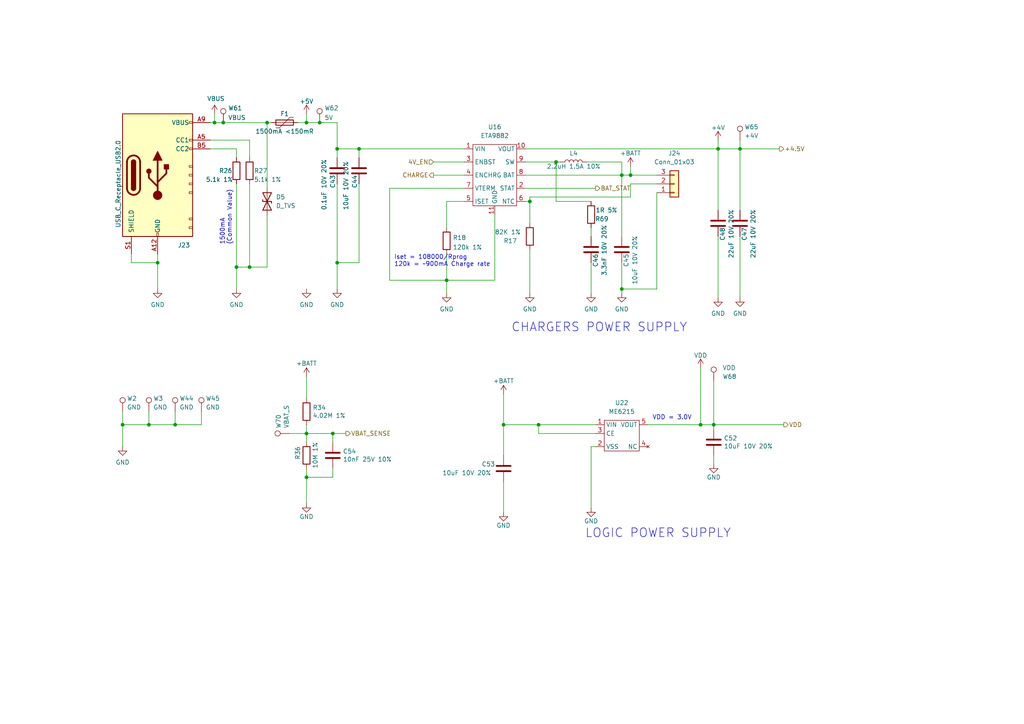
<source format=kicad_sch>
(kicad_sch (version 20211123) (generator eeschema)
  (paper "A4")
  (lib_symbols
    (symbol "Connector_Generic:Conn_01x03" (pin_names (offset 1.016) hide)
      (property "Reference" "J" (at 0 5.08 0))
      (property "Value" "Conn_01x03" (at 0 -5.08 0))
      (symbol "Conn_01x03_1_1"
        (rectangle (start -1.27 -2.413) (end 0 -2.667) (stroke (width 0.1524)))
        (rectangle (start -1.27 0.127) (end 0 -0.127) (stroke (width 0.1524)))
        (rectangle (start -1.27 2.667) (end 0 2.413) (stroke (width 0.1524)))
        (rectangle (start -1.27 3.81) (end 1.27 -3.81) (stroke (width 0.254)) (fill (type background)))
        (pin passive line (at -5.08 2.54 0) (length 3.81) (name "Pin_1") (number "1"))
        (pin passive line (at -5.08 0 0) (length 3.81) (name "Pin_2") (number "2"))
        (pin passive line (at -5.08 -2.54 0) (length 3.81) (name "Pin_3") (number "3"))
      )
    )
    (symbol "Device:C" (pin_numbers hide) (pin_names (offset 0.254))
      (property "Reference" "C" (at 0.635 2.54 0))
      (property "Value" "C" (at 0.635 -2.54 0))
      (symbol "C_0_1"
        (polyline (pts (xy -2.032 -0.762) (xy 2.032 -0.762)) (stroke (width 0.508)))
        (polyline (pts (xy -2.032 0.762) (xy 2.032 0.762)) (stroke (width 0.508)))
      )
      (symbol "C_1_1"
        (pin passive line (at 0 3.81 270) (length 2.794) (name "~") (number "1"))
        (pin passive line (at 0 -3.81 90) (length 2.794) (name "~") (number "2"))
      )
    )
    (symbol "Device:D_TVS" (pin_numbers hide) (pin_names (offset 1.016) hide)
      (property "Reference" "D" (at 0 2.54 0))
      (property "Value" "D_TVS" (at 0 -2.54 0))
      (symbol "D_TVS_0_1"
        (polyline (pts (xy 1.27 0) (xy -1.27 0)))
        (polyline (pts (xy 0.508 1.27) (xy 0 1.27) (xy 0 -1.27) (xy -0.508 -1.27)) (stroke (width 0.254)))
        (polyline (pts (xy -2.54 1.27) (xy -2.54 -1.27) (xy 2.54 1.27) (xy 2.54 -1.27) (xy -2.54 1.27)) (stroke (width 0.254)))
      )
      (symbol "D_TVS_1_1"
        (pin passive line (at -3.81 0 0) (length 2.54) (name "A1") (number "1"))
        (pin passive line (at 3.81 0 180) (length 2.54) (name "A2") (number "2"))
      )
    )
    (symbol "Device:L" (pin_numbers hide) (pin_names (offset 1.016) hide)
      (property "Reference" "L" (at -1.27 0 90))
      (property "Value" "L" (at 1.905 0 90))
      (symbol "L_0_1"
        (arc (start 0 -2.54) (mid 0.635 -1.905) (end 0 -1.27))
        (arc (start 0 -1.27) (mid 0.635 -0.635) (end 0 0))
        (arc (start 0 0) (mid 0.635 0.635) (end 0 1.27))
        (arc (start 0 1.27) (mid 0.635 1.905) (end 0 2.54))
      )
      (symbol "L_1_1"
        (pin passive line (at 0 3.81 270) (length 1.27) (name "1") (number "1"))
        (pin passive line (at 0 -3.81 90) (length 1.27) (name "2") (number "2"))
      )
    )
    (symbol "Device:Polyfuse" (pin_numbers hide) (pin_names (offset 0))
      (property "Reference" "F" (at -2.54 0 90))
      (property "Value" "Polyfuse" (at 2.54 0 90))
      (symbol "Polyfuse_0_1"
        (rectangle (start -0.762 2.54) (end 0.762 -2.54) (stroke (width 0.254)))
        (polyline (pts (xy 0 2.54) (xy 0 -2.54)))
        (polyline (pts (xy -1.524 2.54) (xy -1.524 1.524) (xy 1.524 -1.524) (xy 1.524 -2.54)))
      )
      (symbol "Polyfuse_1_1"
        (pin passive line (at 0 3.81 270) (length 1.27) (name "~") (number "1"))
        (pin passive line (at 0 -3.81 90) (length 1.27) (name "~") (number "2"))
      )
    )
    (symbol "Device:R" (pin_numbers hide) (pin_names (offset 0))
      (property "Reference" "R" (at 2.032 0 90))
      (property "Value" "R" (at 0 0 90))
      (symbol "R_0_1"
        (rectangle (start -1.016 -2.54) (end 1.016 2.54) (stroke (width 0.254)))
      )
      (symbol "R_1_1"
        (pin passive line (at 0 3.81 270) (length 1.27) (name "~") (number "1"))
        (pin passive line (at 0 -3.81 90) (length 1.27) (name "~") (number "2"))
      )
    )
    (symbol "Pixels-dice:ETA9882"
      (property "Reference" "U" (at -5.08 -17.78 0))
      (property "Value" "ETA9882" (at -10.16 2.54 0))
      (symbol "ETA9882_0_1"
        (rectangle (start -16.51 1.27) (end -3.81 -16.51))
      )
      (symbol "ETA9882_1_1"
        (pin power_in line (at -19.05 0 0) (length 2.54) (name "VIN") (number "1"))
        (pin power_out line (at -1.27 0 180) (length 2.54) (name "VOUT") (number "10"))
        (pin power_out line (at -10.16 -19.05 90) (length 2.54) (name "GND") (number "11"))
        (pin output line (at -1.27 -11.43 180) (length 2.54) (name "STAT") (number "2"))
        (pin input line (at -19.05 -3.81 0) (length 2.54) (name "ENBST") (number "3"))
        (pin input line (at -19.05 -7.62 0) (length 2.54) (name "ENCHRG") (number "4"))
        (pin output line (at -19.05 -15.24 0) (length 2.54) (name "ISET") (number "5"))
        (pin input line (at -1.27 -15.24 180) (length 2.54) (name "NTC") (number "6"))
        (pin input line (at -19.05 -11.43 0) (length 2.54) (name "VTERM") (number "7"))
        (pin power_in line (at -1.27 -7.62 180) (length 2.54) (name "BAT") (number "8"))
        (pin output line (at -1.27 -3.81 180) (length 2.54) (name "SW") (number "9"))
      )
    )
    (symbol "Pixels-dice:ME6215"
      (property "Reference" "U" (at 3.175 -6.35 0))
      (property "Value" "ME6215" (at 0 5.08 0))
      (symbol "ME6215_0_1"
        (rectangle (start -5.08 3.81) (end 5.08 -5.08))
      )
      (symbol "ME6215_1_1"
        (pin power_in line (at -7.62 2.54 0) (length 2.54) (name "VIN") (number "1"))
        (pin power_in line (at -7.62 -3.81 0) (length 2.54) (name "VSS") (number "2"))
        (pin input line (at -7.62 0 0) (length 2.54) (name "CE") (number "3"))
        (pin no_connect line (at 7.62 -3.81 180) (length 2.54) (name "NC") (number "4"))
        (pin power_out line (at 7.62 2.54 180) (length 2.54) (name "VOUT") (number "5"))
      )
    )
    (symbol "Pixels-dice:TEST_1P-conn" (pin_numbers hide) (pin_names (offset 0.762) hide)
      (property "Reference" "W" (at 0 6.858 0))
      (property "Value" "TEST_1P-conn" (at 0 5.08 0))
      (symbol "TEST_1P-conn_0_1"
        (circle (center 0 3.302) (radius 0.762))
      )
      (symbol "TEST_1P-conn_1_1"
        (pin passive line (at 0 0 90) (length 2.54) (name "1") (number "1"))
      )
    )
    (symbol "Pixels-dice:USB_C_Receptacle_USB2.0" (pin_names (offset 1.016))
      (property "Reference" "J" (at -10.16 19.05 0))
      (property "Value" "USB_C_Receptacle_USB2.0" (at 19.05 19.05 0))
      (symbol "USB_C_Receptacle_USB2.0_0_0"
        (rectangle (start -0.254 -17.78) (end 0.254 -16.764))
        (rectangle (start 10.16 -14.986) (end 9.144 -15.494))
        (rectangle (start 10.16 -12.446) (end 9.144 -12.954))
        (rectangle (start 10.16 -4.826) (end 9.144 -5.334))
        (rectangle (start 10.16 -2.286) (end 9.144 -2.794))
        (rectangle (start 10.16 0.254) (end 9.144 -0.254))
        (rectangle (start 10.16 2.794) (end 9.144 2.286))
        (rectangle (start 10.16 7.874) (end 9.144 7.366))
        (rectangle (start 10.16 10.414) (end 9.144 9.906))
        (rectangle (start 10.16 15.494) (end 9.144 14.986))
      )
      (symbol "USB_C_Receptacle_USB2.0_0_1"
        (rectangle (start -10.16 17.78) (end 10.16 -17.78) (stroke (width 0.254)) (fill (type background)))
        (arc (start -8.89 -3.81) (mid -6.985 -5.715) (end -5.08 -3.81) (stroke (width 0.508)))
        (arc (start -7.62 -3.81) (mid -6.985 -4.445) (end -6.35 -3.81) (stroke (width 0.254)))
        (arc (start -7.62 -3.81) (mid -6.985 -4.445) (end -6.35 -3.81) (stroke (width 0.254)) (fill (type outline)))
        (rectangle (start -7.62 -3.81) (end -6.35 3.81) (stroke (width 0.254)) (fill (type outline)))
        (arc (start -6.35 3.81) (mid -6.985 4.445) (end -7.62 3.81) (stroke (width 0.254)))
        (arc (start -6.35 3.81) (mid -6.985 4.445) (end -7.62 3.81) (stroke (width 0.254)) (fill (type outline)))
        (arc (start -5.08 3.81) (mid -6.985 5.715) (end -8.89 3.81) (stroke (width 0.508)))
        (circle (center -2.54 1.143) (radius 0.635) (stroke (width 0.254)) (fill (type outline)))
        (circle (center 0 -5.842) (radius 1.27) (fill (type outline)))
        (polyline (pts (xy -8.89 -3.81) (xy -8.89 3.81)) (stroke (width 0.508)))
        (polyline (pts (xy -5.08 3.81) (xy -5.08 -3.81)) (stroke (width 0.508)))
        (polyline (pts (xy 0 -5.842) (xy 0 4.318)) (stroke (width 0.508)))
        (polyline (pts (xy 0 -3.302) (xy -2.54 -0.762) (xy -2.54 0.508)) (stroke (width 0.508)))
        (polyline (pts (xy 0 -2.032) (xy 2.54 0.508) (xy 2.54 1.778)) (stroke (width 0.508)))
        (polyline (pts (xy -1.27 4.318) (xy 0 6.858) (xy 1.27 4.318) (xy -1.27 4.318)) (stroke (width 0.254)) (fill (type outline)))
        (rectangle (start 1.905 1.778) (end 3.175 3.048) (stroke (width 0.254)) (fill (type outline)))
      )
      (symbol "USB_C_Receptacle_USB2.0_1_1"
        (pin passive line (at 0 -22.86 90) (length 5.08) (name "GND") (number "A12"))
        (pin bidirectional line (at 15.24 10.16 180) (length 5.08) (name "CC1") (number "A5"))
        (pin passive line (at 15.24 15.24 180) (length 5.08) (name "VBUS") (number "A9"))
        (pin passive line (at 0 -22.86 90) (length 5.08) hide (name "GND") (number "B12"))
        (pin bidirectional line (at 15.24 7.62 180) (length 5.08) (name "CC2") (number "B5"))
        (pin passive line (at 15.24 15.24 180) (length 5.08) hide (name "VBUS") (number "B9"))
        (pin passive line (at -7.62 -22.86 90) (length 5.08) (name "SHIELD") (number "S1"))
      )
    )
    (symbol "power:+4V" (power) (pin_names (offset 0))
      (property "Value" "+4V" (at 0 3.556 0))
      (symbol "+4V_0_1"
        (polyline (pts (xy -0.762 1.27) (xy 0 2.54)))
        (polyline (pts (xy 0 0) (xy 0 2.54)))
        (polyline (pts (xy 0 2.54) (xy 0.762 1.27)))
      )
      (symbol "+4V_1_1"
        (pin power_in line (at 0 0 90) (length 0) hide (name "+4V") (number "1"))
      )
    )
    (symbol "power:+5V" (power) (pin_names (offset 0))
      (property "Value" "+5V" (at 0 3.556 0))
      (symbol "+5V_0_1"
        (polyline (pts (xy -0.762 1.27) (xy 0 2.54)))
        (polyline (pts (xy 0 0) (xy 0 2.54)))
        (polyline (pts (xy 0 2.54) (xy 0.762 1.27)))
      )
      (symbol "+5V_1_1"
        (pin power_in line (at 0 0 90) (length 0) hide (name "+5V") (number "1"))
      )
    )
    (symbol "power:+BATT" (power) (pin_names (offset 0))
      (property "Value" "+BATT" (at 0 3.556 0))
      (symbol "+BATT_0_1"
        (polyline (pts (xy -0.762 1.27) (xy 0 2.54)))
        (polyline (pts (xy 0 0) (xy 0 2.54)))
        (polyline (pts (xy 0 2.54) (xy 0.762 1.27)))
      )
      (symbol "+BATT_1_1"
        (pin power_in line (at 0 0 90) (length 0) hide (name "+BATT") (number "1"))
      )
    )
    (symbol "power:GND" (power) (pin_names (offset 0))
      (property "Value" "GND" (at 0 -3.81 0))
      (symbol "GND_0_1"
        (polyline (pts (xy 0 0) (xy 0 -1.27) (xy 1.27 -1.27) (xy 0 -2.54) (xy -1.27 -1.27) (xy 0 -1.27)))
      )
      (symbol "GND_1_1"
        (pin power_in line (at 0 0 270) (length 0) hide (name "GND") (number "1"))
      )
    )
    (symbol "power:VBUS" (power) (pin_names (offset 0))
      (property "Value" "VBUS" (at 0 3.81 0))
      (symbol "VBUS_0_1"
        (polyline (pts (xy -0.762 1.27) (xy 0 2.54)))
        (polyline (pts (xy 0 0) (xy 0 2.54)))
        (polyline (pts (xy 0 2.54) (xy 0.762 1.27)))
      )
      (symbol "VBUS_1_1"
        (pin power_in line (at 0 0 90) (length 0) hide (name "VBUS") (number "1"))
      )
    )
    (symbol "power:VDD" (power) (pin_names (offset 0))
      (property "Value" "VDD" (at 0 3.81 0))
      (symbol "VDD_0_1"
        (polyline (pts (xy -0.762 1.27) (xy 0 2.54)))
        (polyline (pts (xy 0 0) (xy 0 2.54)))
        (polyline (pts (xy 0 2.54) (xy 0.762 1.27)))
      )
      (symbol "VDD_1_1"
        (pin power_in line (at 0 0 90) (length 0) hide (name "VDD") (number "1"))
      )
    )
  )
  (junction (at 203.2 123.19))
  (junction (at 180.34 50.8))
  (junction (at 214.63 43.18))
  (junction (at 207.01 123.19))
  (junction (at 72.39 77.47))
  (junction (at 96.52 125.73))
  (junction (at 129.54 81.28))
  (junction (at 62.23 35.56))
  (junction (at 180.34 83.82))
  (junction (at 88.9 35.56))
  (junction (at 43.18 123.19))
  (junction (at 45.72 76.2))
  (junction (at 104.14 43.18))
  (junction (at 156.21 123.19))
  (junction (at 92.71 35.56))
  (junction (at 68.58 77.47))
  (junction (at 153.67 58.42))
  (junction (at 88.9 138.43))
  (junction (at 50.8 123.19))
  (junction (at 161.29 46.99))
  (junction (at 97.79 76.2))
  (junction (at 182.88 50.8))
  (junction (at 77.47 35.56))
  (junction (at 97.79 43.18))
  (junction (at 208.28 43.18))
  (junction (at 88.9 125.73))
  (junction (at 146.05 123.19))
  (junction (at 35.56 123.19))
  (junction (at 64.77 35.56))
  (wire (pts (xy 208.28 43.18) (xy 208.28 40.64)))
  (wire (pts (xy 62.23 33.02) (xy 62.23 35.56)))
  (wire (pts (xy 72.39 53.34) (xy 72.39 77.47)))
  (wire (pts (xy 35.56 123.19) (xy 35.56 129.54)))
  (wire (pts (xy 156.21 123.19) (xy 172.72 123.19)))
  (wire (pts (xy 125.73 50.8) (xy 134.62 50.8)))
  (wire (pts (xy 180.34 46.99) (xy 180.34 50.8)))
  (wire (pts (xy 146.05 139.7) (xy 146.05 148.59)))
  (wire (pts (xy 134.62 54.61) (xy 113.03 54.61)))
  (wire (pts (xy 171.45 129.54) (xy 171.45 147.32)))
  (wire (pts (xy 97.79 53.34) (xy 97.79 76.2)))
  (wire (pts (xy 97.79 43.18) (xy 97.79 45.72)))
  (wire (pts (xy 77.47 35.56) (xy 78.74 35.56)))
  (wire (pts (xy 45.72 73.66) (xy 45.72 76.2)))
  (wire (pts (xy 88.9 33.02) (xy 88.9 35.56)))
  (wire (pts (xy 96.52 138.43) (xy 88.9 138.43)))
  (wire (pts (xy 152.4 50.8) (xy 180.34 50.8)))
  (wire (pts (xy 88.9 109.22) (xy 88.9 115.57)))
  (wire (pts (xy 113.03 54.61) (xy 113.03 81.28)))
  (wire (pts (xy 77.47 62.23) (xy 77.47 77.47)))
  (wire (pts (xy 146.05 114.3) (xy 146.05 123.19)))
  (wire (pts (xy 182.88 53.34) (xy 182.88 57.15)))
  (wire (pts (xy 68.58 43.18) (xy 68.58 45.72)))
  (wire (pts (xy 72.39 77.47) (xy 68.58 77.47)))
  (wire (pts (xy 208.28 43.18) (xy 208.28 60.96)))
  (wire (pts (xy 129.54 58.42) (xy 129.54 66.04)))
  (wire (pts (xy 161.29 46.99) (xy 162.56 46.99)))
  (wire (pts (xy 38.1 76.2) (xy 45.72 76.2)))
  (wire (pts (xy 104.14 76.2) (xy 97.79 76.2)))
  (wire (pts (xy 161.29 58.42) (xy 161.29 46.99)))
  (wire (pts (xy 35.56 123.19) (xy 43.18 123.19)))
  (wire (pts (xy 146.05 123.19) (xy 156.21 123.19)))
  (wire (pts (xy 104.14 43.18) (xy 134.62 43.18)))
  (wire (pts (xy 38.1 73.66) (xy 38.1 76.2)))
  (wire (pts (xy 96.52 135.89) (xy 96.52 138.43)))
  (wire (pts (xy 207.01 132.08) (xy 207.01 134.62)))
  (wire (pts (xy 207.01 123.19) (xy 207.01 124.46)))
  (wire (pts (xy 203.2 106.68) (xy 203.2 123.19)))
  (wire (pts (xy 96.52 125.73) (xy 96.52 128.27)))
  (wire (pts (xy 208.28 43.18) (xy 214.63 43.18)))
  (wire (pts (xy 83.82 125.73) (xy 88.9 125.73)))
  (wire (pts (xy 153.67 58.42) (xy 153.67 64.77)))
  (wire (pts (xy 187.96 123.19) (xy 203.2 123.19)))
  (wire (pts (xy 180.34 50.8) (xy 180.34 68.58)))
  (wire (pts (xy 97.79 76.2) (xy 97.79 83.82)))
  (wire (pts (xy 214.63 40.64) (xy 214.63 43.18)))
  (wire (pts (xy 208.28 68.58) (xy 208.28 86.36)))
  (wire (pts (xy 182.88 48.26) (xy 182.88 50.8)))
  (wire (pts (xy 203.2 123.19) (xy 207.01 123.19)))
  (wire (pts (xy 207.01 110.49) (xy 207.01 123.19)))
  (wire (pts (xy 50.8 123.19) (xy 58.42 123.19)))
  (wire (pts (xy 88.9 125.73) (xy 96.52 125.73)))
  (wire (pts (xy 156.21 123.19) (xy 156.21 125.73)))
  (wire (pts (xy 214.63 43.18) (xy 226.06 43.18)))
  (wire (pts (xy 113.03 81.28) (xy 129.54 81.28)))
  (wire (pts (xy 68.58 77.47) (xy 68.58 83.82)))
  (wire (pts (xy 92.71 35.56) (xy 97.79 35.56)))
  (wire (pts (xy 152.4 58.42) (xy 153.67 58.42)))
  (wire (pts (xy 129.54 73.66) (xy 129.54 81.28)))
  (wire (pts (xy 97.79 35.56) (xy 97.79 43.18)))
  (wire (pts (xy 152.4 43.18) (xy 208.28 43.18)))
  (wire (pts (xy 172.72 125.73) (xy 156.21 125.73)))
  (wire (pts (xy 86.36 35.56) (xy 88.9 35.56)))
  (wire (pts (xy 88.9 35.56) (xy 92.71 35.56)))
  (wire (pts (xy 60.96 40.64) (xy 72.39 40.64)))
  (wire (pts (xy 64.77 35.56) (xy 77.47 35.56)))
  (wire (pts (xy 88.9 138.43) (xy 88.9 146.05)))
  (wire (pts (xy 104.14 43.18) (xy 97.79 43.18)))
  (wire (pts (xy 104.14 53.34) (xy 104.14 76.2)))
  (wire (pts (xy 182.88 57.15) (xy 153.67 57.15)))
  (wire (pts (xy 43.18 123.19) (xy 43.18 119.38)))
  (wire (pts (xy 88.9 135.89) (xy 88.9 138.43)))
  (wire (pts (xy 77.47 35.56) (xy 77.47 54.61)))
  (wire (pts (xy 60.96 35.56) (xy 62.23 35.56)))
  (wire (pts (xy 153.67 72.39) (xy 153.67 85.09)))
  (wire (pts (xy 125.73 46.99) (xy 134.62 46.99)))
  (wire (pts (xy 129.54 81.28) (xy 143.51 81.28)))
  (wire (pts (xy 180.34 76.2) (xy 180.34 83.82)))
  (wire (pts (xy 35.56 119.38) (xy 35.56 123.19)))
  (wire (pts (xy 171.45 58.42) (xy 161.29 58.42)))
  (wire (pts (xy 50.8 123.19) (xy 50.8 119.38)))
  (wire (pts (xy 60.96 43.18) (xy 68.58 43.18)))
  (wire (pts (xy 152.4 46.99) (xy 161.29 46.99)))
  (wire (pts (xy 171.45 76.2) (xy 171.45 85.09)))
  (wire (pts (xy 77.47 77.47) (xy 72.39 77.47)))
  (wire (pts (xy 104.14 43.18) (xy 104.14 45.72)))
  (wire (pts (xy 143.51 62.23) (xy 143.51 81.28)))
  (wire (pts (xy 152.4 54.61) (xy 172.72 54.61)))
  (wire (pts (xy 129.54 58.42) (xy 134.62 58.42)))
  (wire (pts (xy 170.18 46.99) (xy 180.34 46.99)))
  (wire (pts (xy 72.39 40.64) (xy 72.39 45.72)))
  (wire (pts (xy 58.42 123.19) (xy 58.42 119.38)))
  (wire (pts (xy 146.05 132.08) (xy 146.05 123.19)))
  (wire (pts (xy 180.34 50.8) (xy 182.88 50.8)))
  (wire (pts (xy 62.23 35.56) (xy 64.77 35.56)))
  (wire (pts (xy 182.88 53.34) (xy 190.5 53.34)))
  (wire (pts (xy 171.45 129.54) (xy 172.72 129.54)))
  (wire (pts (xy 45.72 76.2) (xy 45.72 83.82)))
  (wire (pts (xy 182.88 50.8) (xy 190.5 50.8)))
  (wire (pts (xy 214.63 43.18) (xy 214.63 60.96)))
  (wire (pts (xy 214.63 68.58) (xy 214.63 86.36)))
  (wire (pts (xy 207.01 123.19) (xy 227.33 123.19)))
  (wire (pts (xy 68.58 53.34) (xy 68.58 77.47)))
  (wire (pts (xy 88.9 123.19) (xy 88.9 125.73)))
  (wire (pts (xy 88.9 125.73) (xy 88.9 128.27)))
  (wire (pts (xy 153.67 57.15) (xy 153.67 58.42)))
  (wire (pts (xy 96.52 125.73) (xy 100.33 125.73)))
  (wire (pts (xy 43.18 123.19) (xy 50.8 123.19)))
  (wire (pts (xy 190.5 55.88) (xy 190.5 83.82)))
  (wire (pts (xy 129.54 81.28) (xy 129.54 85.09)))
  (wire (pts (xy 171.45 66.04) (xy 171.45 68.58)))
  (wire (pts (xy 180.34 83.82) (xy 190.5 83.82)))
  (wire (pts (xy 180.34 83.82) (xy 180.34 85.09)))
  (text "1500mA\n(Common Value)" (at 67.31 71.12 90) (effects (font (size 1.27 1.27)) (justify left bottom)))
  (text "CHARGERS POWER SUPPLY" (at 199.39 96.52 180) (effects (font (size 2.54 2.54)) (justify right bottom)))
  (text "VDD = 3.0V" (at 200.66 121.92 180) (effects (font (size 1.27 1.27)) (justify right bottom)))
  (text "Iset = 108000/Rprog\n120k = ~900mA Charge rate" (at 114.3 77.47 0) (effects (font (size 1.27 1.27)) (justify left bottom)))
  (text "LOGIC POWER SUPPLY" (at 212.09 156.21 180) (effects (font (size 2.54 2.54)) (justify right bottom)))
  (hierarchical_label "VDD" (shape output) (at 227.33 123.19 0))
  (hierarchical_label "CHARGE" (shape output) (at 125.73 50.8 180))
  (hierarchical_label "VBAT_SENSE" (shape output) (at 100.33 125.73 0))
  (hierarchical_label "BAT_STAT" (shape output) (at 172.72 54.61 0))
  (hierarchical_label "+4.5V" (shape output) (at 226.06 43.18 0))
  (hierarchical_label "4V_EN" (shape input) (at 125.73 46.99 180))
  (symbol (lib_id "power:GND") (at 180.34 85.09 0) (unit 1)
    (property "Reference" "#PWR0104" (effects hide))
    (property "Value" "GND" (at 180.34 89.6525 0))
  )
  (symbol (lib_id "Device:C") (at 214.63 64.77 0) (unit 1)
    (property "Reference" "C47" (at 215.9 69.85 90) (effects (justify left)))
    (property "Value" "22uF 10V 20%" (at 218.44 74.93 90) (effects (justify left)))
    (property "Footprint" "Capacitor_SMD:C_0603_1608Metric" (effects hide))
    (property "Manufacturer" "Murata" (effects hide))
    (property "Manufacturer Part Number" "GRM188R61A226ME15D" (effects hide))
    (property "Generic OK" "YES" (effects hide))
  )
  (symbol (lib_id "Pixels-dice:TEST_1P-conn") (at 214.63 40.64 0) (unit 1)
    (property "Reference" "W65" (at 215.9 36.83 0) (effects (justify left)))
    (property "Value" "+4V" (at 215.9 39.37 0) (effects (justify left)))
    (property "Footprint" "Pixels-dice:TestPoint_1.5x1.5_Drill0.9mm" (effects hide))
  )
  (symbol (lib_id "Device:C") (at 180.34 72.39 0) (unit 1)
    (property "Reference" "C45" (at 181.61 77.47 90) (effects (justify left)))
    (property "Value" "10uF 10V 20%" (at 184.15 82.55 90) (effects (justify left)))
    (property "Footprint" "Capacitor_SMD:C_0603_1608Metric" (effects hide))
    (property "Generic OK" "YES" (effects hide))
    (property "Manufacturer" "Murata" (effects hide))
    (property "Manufacturer Part Number" "GRM188R61A106ME69D" (effects hide))
  )
  (symbol (lib_id "power:+5V") (at 88.9 33.02 0) (unit 1)
    (property "Reference" "#PWR059" (effects hide))
    (property "Value" "+5V" (at 88.9 29.4155 0))
  )
  (symbol (lib_id "Pixels-dice:TEST_1P-conn") (at 92.71 35.56 0) (unit 1)
    (property "Reference" "W62" (at 94.107 31.3495 0) (effects (justify left)))
    (property "Value" "5V" (at 94.107 34.1246 0) (effects (justify left)))
    (property "Footprint" "Pixels-dice:TEST_PIN" (effects hide))
  )
  (symbol (lib_id "power:+BATT") (at 88.9 109.22 0) (unit 1)
    (property "Reference" "#PWR081" (effects hide))
    (property "Value" "+BATT" (at 88.9 105.41 0))
  )
  (symbol (lib_id "Pixels-dice:TEST_1P-conn") (at 64.77 35.56 0) (unit 1)
    (property "Reference" "W61" (at 66.167 31.3495 0) (effects (justify left)))
    (property "Value" "VBUS" (at 66.167 34.1246 0) (effects (justify left)))
    (property "Footprint" "Pixels-dice:TestPoint_1.5x1.5_Drill0.9mm" (effects hide))
  )
  (symbol (lib_id "Device:Polyfuse") (at 82.55 35.56 90) (unit 1)
    (property "Reference" "F1" (at 82.55 33.02 90))
    (property "Value" "1500mA <150mR" (at 82.55 38.1 90))
    (property "Footprint" "Fuse:Fuse_1206_3216Metric" (effects hide))
    (property "Manufacturer" "Shenzhen JDT Fuse" (effects hide))
    (property "LCSC Part Number" "C135341" (effects hide))
    (property "Manufacturer Part Number" "ASMD1206-150" (effects hide))
    (property "Generic OK" "YES" (effects hide))
  )
  (symbol (lib_id "Device:R") (at 68.58 49.53 180) (unit 1)
    (property "Reference" "R26" (at 63.5 49.53 0) (effects (justify right)))
    (property "Value" "5.1k 1%" (at 59.69 52.07 0) (effects (justify right)))
    (property "Footprint" "Resistor_SMD:R_0402_1005Metric" (effects hide))
    (property "LCSC Part Number" "C25905" (effects hide))
    (property "Manufacturer" "UNI-ROYAL(Uniroyal Elec)" (effects hide))
    (property "Manufacturer Part Number" "0402WGF5101TCE" (effects hide))
    (property "Generic OK" "YES" (effects hide))
  )
  (symbol (lib_id "power:GND") (at 88.9 83.82 0) (unit 1)
    (property "Reference" "#PWR066" (effects hide))
    (property "Value" "GND" (at 88.9 88.3825 0))
  )
  (symbol (lib_id "power:GND") (at 68.58 83.82 0) (unit 1)
    (property "Reference" "#PWR065" (effects hide))
    (property "Value" "GND" (at 68.58 88.3825 0))
  )
  (symbol (lib_id "Device:R") (at 72.39 49.53 180) (unit 1)
    (property "Reference" "R27" (at 73.66 49.53 0) (effects (justify right)))
    (property "Value" "5.1k 1%" (at 73.66 52.07 0) (effects (justify right)))
    (property "Footprint" "Resistor_SMD:R_0402_1005Metric" (effects hide))
    (property "LCSC Part Number" "C25905" (effects hide))
    (property "Manufacturer" "UNI-ROYAL(Uniroyal Elec)" (effects hide))
    (property "Manufacturer Part Number" "0402WGF5101TCE" (effects hide))
    (property "Generic OK" "YES" (effects hide))
  )
  (symbol (lib_id "Pixels-dice:TEST_1P-conn") (at 43.18 119.38 0) (unit 1)
    (property "Reference" "W3" (at 44.45 115.57 0) (effects (justify left)))
    (property "Value" "GND" (at 44.45 118.11 0) (effects (justify left)))
    (property "Footprint" "Pixels-dice:TestPoint_1.5x1.5_Drill0.9mm" (effects hide))
  )
  (symbol (lib_id "power:VBUS") (at 62.23 33.02 0) (unit 1)
    (property "Reference" "#PWR058" (effects hide))
    (property "Value" "VBUS" (at 62.611 28.6258 0))
  )
  (symbol (lib_id "Device:L") (at 166.37 46.99 90) (unit 1)
    (property "Reference" "L4" (at 166.37 44.45 90))
    (property "Value" "2.2uH 1.5A 10%" (at 166.37 48.26 90))
    (property "Footprint" "Pixels-dice:SPM6530" (effects hide))
    (property "Generic OK" "YES" (effects hide))
    (property "Manufacturer" "TDK" (effects hide))
    (property "Manufacturer Part Number" "SPM6530T-2R2M" (effects hide))
    (property "LCSC Part Number" "C76857" (effects hide))
  )
  (symbol (lib_id "power:GND") (at 97.79 83.82 0) (unit 1)
    (property "Reference" "#PWR067" (effects hide))
    (property "Value" "GND" (at 97.79 88.3825 0))
  )
  (symbol (lib_id "power:GND") (at 214.63 86.36 0) (unit 1)
    (property "Reference" "#PWR033" (effects hide))
    (property "Value" "GND" (at 214.63 90.9225 0))
  )
  (symbol (lib_id "Device:C") (at 171.45 72.39 0) (unit 1)
    (property "Reference" "C46" (at 172.72 77.47 90) (effects (justify left)))
    (property "Value" "3.3nF 10V 20%" (at 175.26 80.01 90) (effects (justify left)))
    (property "Footprint" "Capacitor_SMD:C_0402_1005Metric" (effects hide))
    (property "Generic OK" "YES" (effects hide))
    (property "Pixels Part Number" "SMD-C007" (effects hide))
    (property "Manufacturer" "Murata" (effects hide))
    (property "Manufacturer Part Number" "GCM1555C1H220JA16J" (effects hide))
  )
  (symbol (lib_id "Pixels-dice:USB_C_Receptacle_USB2.0") (at 45.72 50.8 0) (unit 1)
    (property "Reference" "J23" (at 53.34 71.12 0))
    (property "Value" "USB_C_Receptacle_USB2.0" (at 34.29 53.34 90))
    (property "Footprint" "Pixels-dice:USB-C-SMD_10P-P1.00-L6.8-W8.9" (effects hide))
    (property "Datasheet" "https://www.usb.org/sites/default/files/documents/usb_type-c.zip" (effects hide))
    (property "LCSC Part Number" "C283540" (effects hide))
    (property "Manufacturer" "Korean Hroparts Elec" (effects hide))
    (property "Manufacturer Part Number" "TYPE-C-31-M-17" (effects hide))
    (property "Generic OK" "NO" (effects hide))
  )
  (symbol (lib_id "Device:C") (at 208.28 64.77 0) (unit 1)
    (property "Reference" "C48" (at 209.55 69.85 90) (effects (justify left)))
    (property "Value" "22uF 10V 20%" (at 212.09 74.93 90) (effects (justify left)))
    (property "Footprint" "Capacitor_SMD:C_0603_1608Metric" (effects hide))
    (property "Manufacturer" "Murata" (effects hide))
    (property "Manufacturer Part Number" "GRM188R61A226ME15D" (effects hide))
    (property "Generic OK" "YES" (effects hide))
  )
  (symbol (lib_id "power:GND") (at 35.56 129.54 0) (unit 1)
    (property "Reference" "#PWR010" (effects hide))
    (property "Value" "GND" (at 35.56 134.1025 0))
  )
  (symbol (lib_id "Pixels-dice:TEST_1P-conn") (at 35.56 119.38 0) (unit 1)
    (property "Reference" "W2" (at 36.83 115.57 0) (effects (justify left)))
    (property "Value" "GND" (at 36.83 118.11 0) (effects (justify left)))
    (property "Footprint" "Pixels-dice:TestPoint_1.5x1.5_Drill0.9mm" (effects hide))
  )
  (symbol (lib_id "Pixels-dice:TEST_1P-conn") (at 207.01 110.49 0) (unit 1)
    (property "Reference" "W68" (at 209.55 109.22 0) (effects (justify left)))
    (property "Value" "VDD" (at 209.55 106.68 0) (effects (justify left)))
    (property "Footprint" "Pixels-dice:TestPoint_1.5x1.5_Drill0.9mm" (effects hide))
  )
  (symbol (lib_id "Pixels-dice:ETA9882") (at 153.67 43.18 0) (unit 1)
    (property "Reference" "U16" (at 143.51 36.83 0))
    (property "Value" "ETA9882" (at 143.51 39.37 0))
    (property "Footprint" "Pixels-dice:ESSOP10" (effects hide))
    (property "Manufacturer" "ETA Semiconductor Limited" (effects hide))
    (property "Manufacturer Part Number" "ETA9882E10" (effects hide))
  )
  (symbol (lib_id "Device:C") (at 207.01 128.27 0) (unit 1)
    (property "Reference" "C52" (at 209.931 127.1016 0) (effects (justify left)))
    (property "Value" "10uF 10V 20%" (at 209.931 129.413 0) (effects (justify left)))
    (property "Footprint" "Capacitor_SMD:C_0402_1005Metric" (effects hide))
    (property "Generic OK" "YES" (effects hide))
    (property "Pixels Part Number" "SMD-C002" (effects hide))
    (property "Manufacturer" "Murata" (effects hide))
    (property "Manufacturer Part Number" "GRM155R61A106ME11D" (effects hide))
    (property "LCSC Part Number" "C71633" (effects hide))
  )
  (symbol (lib_id "Device:C") (at 96.52 132.08 0) (unit 1)
    (property "Reference" "C54" (at 99.441 130.9116 0) (effects (justify left)))
    (property "Value" "10nF 25V 10%" (at 99.441 133.223 0) (effects (justify left)))
    (property "Footprint" "Capacitor_SMD:C_0402_1005Metric" (effects hide))
    (property "Generic OK" "YES" (effects hide))
    (property "Pixels Part Number" "SMD-C009" (effects hide))
    (property "Manufacturer" "Murata" (effects hide))
    (property "Manufacturer Part Number" "GRM155R71H103KA88" (effects hide))
    (property "LCSC Part Number" "C2175791" (effects hide))
  )
  (symbol (lib_id "Device:C") (at 97.79 49.53 0) (unit 1)
    (property "Reference" "C43" (at 96.52 54.61 90) (effects (justify left)))
    (property "Value" "0.1uF 10V 20%" (at 93.98 60.96 90) (effects (justify left)))
    (property "Footprint" "Capacitor_SMD:C_0402_1005Metric" (effects hide))
    (property "LCSC Part Number" "C2168305" (effects hide))
    (property "Manufacturer" "Murata" (effects hide))
    (property "Manufacturer Part Number" "GRM155R61H104KE19D" (effects hide))
    (property "Generic OK" "YES" (effects hide))
  )
  (symbol (lib_id "Pixels-dice:TEST_1P-conn") (at 50.8 119.38 0) (unit 1)
    (property "Reference" "W44" (at 52.07 115.57 0) (effects (justify left)))
    (property "Value" "GND" (at 52.07 118.11 0) (effects (justify left)))
    (property "Footprint" "Pixels-dice:TestPoint_1.5x1.5_Drill0.9mm" (effects hide))
  )
  (symbol (lib_id "power:GND") (at 45.72 83.82 0) (unit 1)
    (property "Reference" "#PWR064" (effects hide))
    (property "Value" "GND" (at 45.72 88.3825 0))
  )
  (symbol (lib_id "Device:R") (at 171.45 62.23 180) (unit 1)
    (property "Reference" "R69" (at 176.53 63.5 0) (effects (justify left)))
    (property "Value" "1R 5%" (at 179.07 60.96 0) (effects (justify left)))
    (property "Footprint" "Resistor_SMD:R_0402_1005Metric" (effects hide))
    (property "Generic OK" "YES" (effects hide))
    (property "Pixels Part Number" "SMD-R006" (effects hide))
    (property "Manufacturer" "UNI-ROYAL(Uniroyal Elec)" (effects hide))
    (property "Manufacturer Part Number" "0402WGJ010JTCE" (effects hide))
  )
  (symbol (lib_id "Device:C") (at 104.14 49.53 0) (unit 1)
    (property "Reference" "C44" (at 102.87 54.61 90) (effects (justify left)))
    (property "Value" "10uF 10V 20%" (at 100.33 60.96 90) (effects (justify left)))
    (property "Footprint" "Capacitor_SMD:C_0603_1608Metric" (effects hide))
    (property "Manufacturer" "Murata" (effects hide))
    (property "Manufacturer Part Number" "GRM188R61A106ME69D" (effects hide))
    (property "Generic OK" "YES" (effects hide))
  )
  (symbol (lib_id "power:GND") (at 171.45 147.32 0) (unit 1)
    (property "Reference" "#PWR084" (effects hide))
    (property "Value" "GND" (at 171.45 151.13 0))
  )
  (symbol (lib_id "power:+4V") (at 208.28 40.64 0) (unit 1)
    (property "Reference" "#PWR061" (effects hide))
    (property "Value" "+4V" (at 208.28 37.0355 0))
  )
  (symbol (lib_id "Device:R") (at 129.54 69.85 0) (unit 1)
    (property "Reference" "R18" (at 131.318 68.9415 0) (effects (justify left)))
    (property "Value" "120k 1%" (at 131.318 71.7166 0) (effects (justify left)))
    (property "Footprint" "Resistor_SMD:R_0402_1005Metric" (effects hide))
    (property "Manufacturer" "UNI-ROYAL(Uniroyal Elec)" (effects hide))
    (property "Manufacturer Part Number" "0402WGF1203TCE" (effects hide))
    (property "Generic OK" "YES" (effects hide))
  )
  (symbol (lib_id "Device:C") (at 146.05 135.89 0) (unit 1)
    (property "Reference" "C53" (at 139.7 134.62 0) (effects (justify left)))
    (property "Value" "10uF 10V 20%" (at 128.27 137.16 0) (effects (justify left)))
    (property "Footprint" "Capacitor_SMD:C_0402_1005Metric" (effects hide))
    (property "Generic OK" "YES" (effects hide))
    (property "Pixels Part Number" "SMD-C002" (effects hide))
    (property "Manufacturer" "Murata" (effects hide))
    (property "Manufacturer Part Number" "GRM155R61A106ME11D" (effects hide))
  )
  (symbol (lib_id "power:+BATT") (at 182.88 48.26 0) (unit 1)
    (property "Reference" "#PWR028" (effects hide))
    (property "Value" "+BATT" (at 182.88 44.45 0))
  )
  (symbol (lib_id "power:GND") (at 88.9 146.05 0) (unit 1)
    (property "Reference" "#PWR086" (effects hide))
    (property "Value" "GND" (at 88.9 149.86 0))
  )
  (symbol (lib_id "power:GND") (at 129.54 85.09 0) (unit 1)
    (property "Reference" "#PWR035" (effects hide))
    (property "Value" "GND" (at 129.54 89.6525 0))
  )
  (symbol (lib_id "Device:R") (at 153.67 68.58 180) (unit 1)
    (property "Reference" "R17" (at 146.05 69.85 0) (effects (justify right)))
    (property "Value" "82K 1%" (at 143.51 67.31 0) (effects (justify right)))
    (property "Footprint" "Resistor_SMD:R_0402_1005Metric" (effects hide))
    (property "Generic OK" "YES" (effects hide))
    (property "Manufacturer" "UNI-ROYAL(Uniroyal Elec)" (effects hide))
    (property "Manufacturer Part Number" "0402WGF8202TCE" (effects hide))
  )
  (symbol (lib_id "Pixels-dice:TEST_1P-conn") (at 58.42 119.38 0) (unit 1)
    (property "Reference" "W45" (at 59.69 115.57 0) (effects (justify left)))
    (property "Value" "GND" (at 59.69 118.11 0) (effects (justify left)))
    (property "Footprint" "Pixels-dice:TestPoint_1.5x1.5_Drill0.9mm" (effects hide))
  )
  (symbol (lib_id "power:GND") (at 207.01 134.62 0) (unit 1)
    (property "Reference" "#PWR082" (effects hide))
    (property "Value" "GND" (at 207.01 138.43 0))
  )
  (symbol (lib_id "power:VDD") (at 203.2 106.68 0) (unit 1)
    (property "Reference" "#PWR080" (effects hide))
    (property "Value" "VDD" (at 203.2 103.0755 0))
  )
  (symbol (lib_id "Device:D_TVS") (at 77.47 58.42 90) (unit 1)
    (property "Reference" "D5" (at 80.01 57.1499 90) (effects (justify right)))
    (property "Value" "D_TVS" (at 80.01 59.6899 90) (effects (justify right)))
    (property "Footprint" "Pixels-dice:DFN" (effects hide))
    (property "Manufacturer" "Murata" (effects hide))
    (property "Manufacturer Part Number" "LXES1UTAA1-157" (effects hide))
  )
  (symbol (lib_id "power:GND") (at 171.45 85.09 0) (unit 1)
    (property "Reference" "#PWR078" (effects hide))
    (property "Value" "GND" (at 171.45 89.6525 0))
  )
  (symbol (lib_id "Pixels-dice:ME6215") (at 180.34 125.73 0) (unit 1)
    (property "Reference" "U22" (at 180.34 116.84 0))
    (property "Value" "ME6215" (at 180.34 119.38 0))
    (property "Footprint" "Pixels-dice:SOT-23-5" (effects hide))
    (property "Generic OK" "NO" (effects hide))
    (property "Manufacturer" "MICRONE(Nanjing Micro One Elec)" (effects hide))
    (property "Manufacturer Part Number" "ME6215C30M5G" (effects hide))
  )
  (symbol (lib_id "power:GND") (at 208.28 86.36 0) (unit 1)
    (property "Reference" "#PWR031" (effects hide))
    (property "Value" "GND" (at 208.28 90.9225 0))
  )
  (symbol (lib_id "power:+BATT") (at 146.05 114.3 0) (unit 1)
    (property "Reference" "#PWR038" (effects hide))
    (property "Value" "+BATT" (at 146.05 110.49 0))
  )
  (symbol (lib_id "Pixels-dice:TEST_1P-conn") (at 83.82 125.73 90) (unit 1)
    (property "Reference" "W70" (at 80.772 124.2568 0) (effects (justify left)))
    (property "Value" "VBAT_S" (at 83.0834 124.2568 0) (effects (justify left)))
    (property "Footprint" "Pixels-dice:TestPoint_1.5x1.5_Drill0.9mm" (effects hide))
  )
  (symbol (lib_id "Device:R") (at 88.9 119.38 0) (unit 1)
    (property "Reference" "R34" (at 90.678 118.2116 0) (effects (justify left)))
    (property "Value" "4.02M 1%" (at 90.678 120.523 0) (effects (justify left)))
    (property "Footprint" "Resistor_SMD:R_0402_1005Metric" (effects hide))
    (property "Generic OK" "YES" (effects hide))
    (property "Pixels Part Number" "SMD-R003" (effects hide))
    (property "Manufacturer" "UNI-ROYAL(Uniroyal Elec)" (effects hide))
    (property "Manufacturer Part Number" "0402WGF4024TCE" (effects hide))
    (property "LCSC Part Number" "C423177" (effects hide))
  )
  (symbol (lib_id "Device:R") (at 88.9 132.08 0) (unit 1)
    (property "Reference" "R36" (at 86.36 133.35 90) (effects (justify left)))
    (property "Value" "10M 1%" (at 91.44 135.89 90) (effects (justify left)))
    (property "Footprint" "Resistor_SMD:R_0402_1005Metric" (effects hide))
    (property "Generic OK" "YES" (effects hide))
    (property "Pixels Part Number" "SMD-R004" (effects hide))
    (property "Manufacturer" "UNI-ROYAL(Uniroyal Elec)" (effects hide))
    (property "Manufacturer Part Number" "0402WGF1005TCE" (effects hide))
    (property "LCSC Part Number" "C26082" (effects hide))
  )
  (symbol (lib_id "power:GND") (at 153.67 85.09 0) (unit 1)
    (property "Reference" "#PWR036" (effects hide))
    (property "Value" "GND" (at 153.67 89.6525 0))
  )
  (symbol (lib_id "Connector_Generic:Conn_01x03") (at 195.58 53.34 0) (mirror x) (unit 1)
    (property "Reference" "J24" (at 195.58 44.45 0))
    (property "Value" "Conn_01x03" (at 195.58 46.99 0))
    (property "Footprint" "Pixels-dice:Battery_Socket_1.5mm_3PIN" (effects hide))
    (property "Manufacturer" "ZH CONNECTOR" (effects hide))
    (property "Manufacturer Part Number" "S3B-ZR-SM4A-TF" (effects hide))
  )
  (symbol (lib_id "power:GND") (at 146.05 148.59 0) (unit 1)
    (property "Reference" "#PWR083" (effects hide))
    (property "Value" "GND" (at 146.05 152.4 0))
  )
)
</source>
